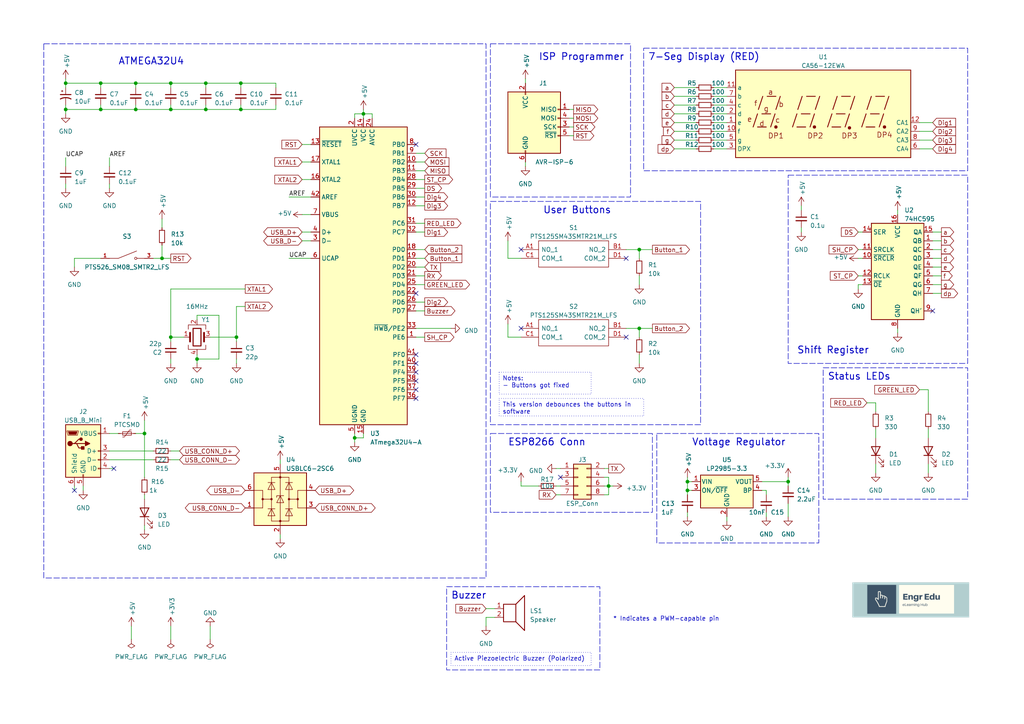
<source format=kicad_sch>
(kicad_sch (version 20230121) (generator eeschema)
  (paper "A4")
  (title_block (title "ATMEGA Kitchen Timer") (date "2023-04-15") (rev "3.0"))
  (junction (at 46.99 74.93))
  (junction (at 57.15 104.14))
  (junction (at 228.6 139.7))
  (junction (at 49.53 97.79))
  (junction (at 49.53 31.75))
  (junction (at 29.21 31.75))
  (junction (at 199.39 139.7))
  (junction (at 41.91 125.73))
  (junction (at 185.42 72.39))
  (junction (at 69.85 24.13))
  (junction (at 199.39 142.24))
  (junction (at 185.42 95.25))
  (junction (at 102.87 127))
  (junction (at 29.21 24.13))
  (junction (at 105.41 33.02))
  (junction (at 39.37 24.13))
  (junction (at 69.85 31.75))
  (junction (at 176.53 140.97))
  (junction (at 49.53 24.13))
  (junction (at 19.05 24.13))
  (junction (at 59.69 24.13))
  (junction (at 19.05 31.75))
  (junction (at 59.69 31.75))
  (junction (at 68.58 97.79))
  (junction (at 39.37 31.75))
  (no_connect (at 120.65 113.03))
  (no_connect (at 120.65 115.57))
  (no_connect (at 162.56 138.43))
  (no_connect (at 120.65 85.09))
  (no_connect (at 120.65 110.49))
  (no_connect (at 181.61 74.93))
  (no_connect (at 151.13 72.39))
  (no_connect (at 120.65 107.95))
  (no_connect (at 181.61 97.79))
  (no_connect (at 33.02 135.89))
  (no_connect (at 21.59 142.24))
  (no_connect (at 120.65 41.91))
  (no_connect (at 151.13 95.25))
  (no_connect (at 270.51 90.17))
  (no_connect (at 120.65 105.41))
  (no_connect (at 120.65 102.87))
  (wire (pts (xy 105.41 125.73) (xy 105.41 127)))
  (wire (pts (xy 228.6 138.43) (xy 228.6 139.7)))
  (wire (pts (xy 24.13 140.97) (xy 24.13 142.24)))
  (wire (pts (xy 19.05 24.13) (xy 19.05 25.4)))
  (wire (pts (xy 31.75 45.72) (xy 31.75 48.26)))
  (wire (pts (xy 260.35 95.25) (xy 260.35 96.52)))
  (wire (pts (xy 80.01 25.4) (xy 80.01 24.13)))
  (wire (pts (xy 185.42 95.25) (xy 185.42 97.79)))
  (wire (pts (xy 39.37 24.13) (xy 49.53 24.13)))
  (wire (pts (xy 59.69 30.48) (xy 59.69 31.75)))
  (wire (pts (xy 207.01 30.48) (xy 210.82 30.48)))
  (wire (pts (xy 19.05 31.75) (xy 19.05 33.02)))
  (wire (pts (xy 31.75 133.35) (xy 44.45 133.35)))
  (wire (pts (xy 49.53 99.06) (xy 49.53 97.79)))
  (wire (pts (xy 69.85 25.4) (xy 69.85 24.13)))
  (wire (pts (xy 57.15 104.14) (xy 57.15 105.41)))
  (wire (pts (xy 175.26 138.43) (xy 176.53 138.43)))
  (wire (pts (xy 69.85 24.13) (xy 80.01 24.13)))
  (wire (pts (xy 21.59 142.24) (xy 21.59 140.97)))
  (wire (pts (xy 49.53 24.13) (xy 59.69 24.13)))
  (wire (pts (xy 60.96 181.61) (xy 60.96 185.42)))
  (wire (pts (xy 120.65 74.93) (xy 123.19 74.93)))
  (wire (pts (xy 120.65 57.15) (xy 123.19 57.15)))
  (wire (pts (xy 140.97 179.07) (xy 140.97 181.61)))
  (wire (pts (xy 120.65 90.17) (xy 123.19 90.17)))
  (wire (pts (xy 57.15 91.44) (xy 63.5 91.44)))
  (wire (pts (xy 270.51 67.31) (xy 273.05 67.31)))
  (wire (pts (xy 49.53 83.82) (xy 49.53 97.79)))
  (wire (pts (xy 185.42 95.25) (xy 189.23 95.25)))
  (wire (pts (xy 185.42 72.39) (xy 185.42 74.93)))
  (wire (pts (xy 228.6 146.05) (xy 228.6 149.86)))
  (wire (pts (xy 105.41 33.02) (xy 105.41 34.29)))
  (wire (pts (xy 46.99 63.5) (xy 46.99 66.04)))
  (wire (pts (xy 21.59 74.93) (xy 29.21 74.93)))
  (wire (pts (xy 120.65 80.01) (xy 123.19 80.01)))
  (wire (pts (xy 254 124.46) (xy 254 127)))
  (wire (pts (xy 41.91 143.51) (xy 41.91 144.78)))
  (wire (pts (xy 105.41 31.75) (xy 105.41 33.02)))
  (wire (pts (xy 248.92 72.39) (xy 250.19 72.39)))
  (wire (pts (xy 87.63 62.23) (xy 90.17 62.23)))
  (wire (pts (xy 222.25 148.59) (xy 222.25 149.86)))
  (wire (pts (xy 38.1 181.61) (xy 38.1 185.42)))
  (wire (pts (xy 161.29 143.51) (xy 162.56 143.51)))
  (wire (pts (xy 176.53 138.43) (xy 176.53 140.97)))
  (wire (pts (xy 57.15 102.87) (xy 57.15 104.14)))
  (wire (pts (xy 199.39 139.7) (xy 199.39 142.24)))
  (wire (pts (xy 39.37 31.75) (xy 29.21 31.75)))
  (wire (pts (xy 87.63 67.31) (xy 90.17 67.31)))
  (wire (pts (xy 195.58 30.48) (xy 201.93 30.48)))
  (wire (pts (xy 140.97 176.53) (xy 143.51 176.53)))
  (wire (pts (xy 59.69 31.75) (xy 49.53 31.75)))
  (wire (pts (xy 266.7 38.1) (xy 270.51 38.1)))
  (wire (pts (xy 87.63 52.07) (xy 90.17 52.07)))
  (wire (pts (xy 19.05 53.34) (xy 19.05 54.61)))
  (wire (pts (xy 269.24 113.03) (xy 269.24 119.38)))
  (wire (pts (xy 49.53 181.61) (xy 49.53 185.42)))
  (wire (pts (xy 49.53 133.35) (xy 52.07 133.35)))
  (wire (pts (xy 199.39 138.43) (xy 199.39 139.7)))
  (wire (pts (xy 195.58 27.94) (xy 201.93 27.94)))
  (wire (pts (xy 19.05 31.75) (xy 29.21 31.75)))
  (wire (pts (xy 39.37 30.48) (xy 39.37 31.75)))
  (wire (pts (xy 250.19 82.55) (xy 248.92 82.55)))
  (wire (pts (xy 69.85 31.75) (xy 80.01 31.75)))
  (wire (pts (xy 83.82 74.93) (xy 90.17 74.93)))
  (wire (pts (xy 156.21 140.97) (xy 151.13 140.97)))
  (wire (pts (xy 81.28 133.35) (xy 81.28 134.62)))
  (wire (pts (xy 161.29 140.97) (xy 162.56 140.97)))
  (wire (pts (xy 29.21 30.48) (xy 29.21 31.75)))
  (wire (pts (xy 269.24 124.46) (xy 269.24 127)))
  (wire (pts (xy 175.26 143.51) (xy 176.53 143.51)))
  (wire (pts (xy 195.58 35.56) (xy 201.93 35.56)))
  (wire (pts (xy 260.35 60.96) (xy 260.35 62.23)))
  (wire (pts (xy 266.7 113.03) (xy 269.24 113.03)))
  (wire (pts (xy 176.53 140.97) (xy 176.53 143.51)))
  (wire (pts (xy 102.87 125.73) (xy 102.87 127)))
  (wire (pts (xy 199.39 148.59) (xy 199.39 149.86)))
  (wire (pts (xy 228.6 140.97) (xy 228.6 139.7)))
  (wire (pts (xy 105.41 127) (xy 102.87 127)))
  (wire (pts (xy 68.58 88.9) (xy 68.58 97.79)))
  (wire (pts (xy 102.87 127) (xy 102.87 128.27)))
  (wire (pts (xy 232.41 59.69) (xy 232.41 60.96)))
  (wire (pts (xy 29.21 24.13) (xy 39.37 24.13)))
  (wire (pts (xy 195.58 38.1) (xy 201.93 38.1)))
  (wire (pts (xy 31.75 125.73) (xy 34.29 125.73)))
  (wire (pts (xy 46.99 71.12) (xy 46.99 74.93)))
  (wire (pts (xy 248.92 67.31) (xy 250.19 67.31)))
  (wire (pts (xy 207.01 25.4) (xy 210.82 25.4)))
  (wire (pts (xy 165.1 36.83) (xy 166.37 36.83)))
  (wire (pts (xy 39.37 25.4) (xy 39.37 24.13)))
  (wire (pts (xy 185.42 72.39) (xy 189.23 72.39)))
  (wire (pts (xy 81.28 154.94) (xy 81.28 156.21)))
  (wire (pts (xy 31.75 53.34) (xy 31.75 54.61)))
  (wire (pts (xy 44.45 74.93) (xy 46.99 74.93)))
  (wire (pts (xy 220.98 142.24) (xy 222.25 142.24)))
  (wire (pts (xy 120.65 77.47) (xy 123.19 77.47)))
  (wire (pts (xy 31.75 130.81) (xy 44.45 130.81)))
  (wire (pts (xy 147.32 97.79) (xy 147.32 93.98)))
  (wire (pts (xy 49.53 25.4) (xy 49.53 24.13)))
  (wire (pts (xy 152.4 46.99) (xy 152.4 48.26)))
  (wire (pts (xy 175.26 140.97) (xy 176.53 140.97)))
  (wire (pts (xy 49.53 97.79) (xy 53.34 97.79)))
  (wire (pts (xy 176.53 140.97) (xy 177.8 140.97)))
  (wire (pts (xy 269.24 134.62) (xy 269.24 137.16)))
  (wire (pts (xy 270.51 80.01) (xy 273.05 80.01)))
  (wire (pts (xy 266.7 40.64) (xy 270.51 40.64)))
  (wire (pts (xy 120.65 64.77) (xy 123.19 64.77)))
  (wire (pts (xy 151.13 140.97) (xy 151.13 139.7)))
  (wire (pts (xy 175.26 135.89) (xy 176.53 135.89)))
  (wire (pts (xy 248.92 74.93) (xy 250.19 74.93)))
  (wire (pts (xy 207.01 33.02) (xy 210.82 33.02)))
  (wire (pts (xy 102.87 33.02) (xy 105.41 33.02)))
  (wire (pts (xy 165.1 34.29) (xy 166.37 34.29)))
  (wire (pts (xy 49.53 130.81) (xy 52.07 130.81)))
  (wire (pts (xy 195.58 43.18) (xy 201.93 43.18)))
  (wire (pts (xy 143.51 179.07) (xy 140.97 179.07)))
  (wire (pts (xy 228.6 139.7) (xy 220.98 139.7)))
  (wire (pts (xy 181.61 95.25) (xy 185.42 95.25)))
  (wire (pts (xy 181.61 72.39) (xy 185.42 72.39)))
  (wire (pts (xy 120.65 44.45) (xy 123.19 44.45)))
  (wire (pts (xy 46.99 74.93) (xy 49.53 74.93)))
  (wire (pts (xy 41.91 152.4) (xy 41.91 153.67)))
  (wire (pts (xy 49.53 31.75) (xy 39.37 31.75)))
  (wire (pts (xy 39.37 125.73) (xy 41.91 125.73)))
  (wire (pts (xy 63.5 91.44) (xy 63.5 104.14)))
  (wire (pts (xy 80.01 30.48) (xy 80.01 31.75)))
  (wire (pts (xy 120.65 97.79) (xy 123.19 97.79)))
  (wire (pts (xy 107.95 33.02) (xy 105.41 33.02)))
  (wire (pts (xy 49.53 104.14) (xy 49.53 105.41)))
  (wire (pts (xy 248.92 82.55) (xy 248.92 83.82)))
  (wire (pts (xy 207.01 40.64) (xy 210.82 40.64)))
  (wire (pts (xy 41.91 121.92) (xy 41.91 125.73)))
  (wire (pts (xy 270.51 72.39) (xy 273.05 72.39)))
  (wire (pts (xy 207.01 27.94) (xy 210.82 27.94)))
  (wire (pts (xy 195.58 33.02) (xy 201.93 33.02)))
  (wire (pts (xy 49.53 30.48) (xy 49.53 31.75)))
  (wire (pts (xy 120.65 87.63) (xy 123.19 87.63)))
  (wire (pts (xy 199.39 142.24) (xy 200.66 142.24)))
  (wire (pts (xy 207.01 38.1) (xy 210.82 38.1)))
  (wire (pts (xy 151.13 74.93) (xy 147.32 74.93)))
  (wire (pts (xy 232.41 66.04) (xy 232.41 67.31)))
  (wire (pts (xy 120.65 49.53) (xy 123.19 49.53)))
  (wire (pts (xy 83.82 57.15) (xy 90.17 57.15)))
  (wire (pts (xy 199.39 142.24) (xy 199.39 143.51)))
  (wire (pts (xy 185.42 80.01) (xy 185.42 82.55)))
  (wire (pts (xy 59.69 25.4) (xy 59.69 24.13)))
  (wire (pts (xy 41.91 125.73) (xy 41.91 138.43)))
  (wire (pts (xy 270.51 74.93) (xy 273.05 74.93)))
  (wire (pts (xy 266.7 43.18) (xy 270.51 43.18)))
  (wire (pts (xy 165.1 31.75) (xy 166.37 31.75)))
  (wire (pts (xy 151.13 97.79) (xy 147.32 97.79)))
  (wire (pts (xy 270.51 77.47) (xy 273.05 77.47)))
  (wire (pts (xy 59.69 31.75) (xy 69.85 31.75)))
  (wire (pts (xy 270.51 69.85) (xy 273.05 69.85)))
  (wire (pts (xy 120.65 46.99) (xy 123.19 46.99)))
  (wire (pts (xy 107.95 34.29) (xy 107.95 33.02)))
  (wire (pts (xy 165.1 39.37) (xy 166.37 39.37)))
  (wire (pts (xy 161.29 135.89) (xy 162.56 135.89)))
  (wire (pts (xy 87.63 46.99) (xy 90.17 46.99)))
  (wire (pts (xy 210.82 149.86) (xy 210.82 151.13)))
  (wire (pts (xy 185.42 102.87) (xy 185.42 105.41)))
  (wire (pts (xy 195.58 25.4) (xy 201.93 25.4)))
  (wire (pts (xy 195.58 40.64) (xy 201.93 40.64)))
  (wire (pts (xy 19.05 24.13) (xy 29.21 24.13)))
  (wire (pts (xy 60.96 97.79) (xy 68.58 97.79)))
  (wire (pts (xy 68.58 104.14) (xy 68.58 105.41)))
  (wire (pts (xy 71.12 88.9) (xy 68.58 88.9)))
  (wire (pts (xy 120.65 67.31) (xy 123.19 67.31)))
  (wire (pts (xy 254 116.84) (xy 254 119.38)))
  (wire (pts (xy 69.85 30.48) (xy 69.85 31.75)))
  (wire (pts (xy 254 134.62) (xy 254 137.16)))
  (wire (pts (xy 120.65 82.55) (xy 123.19 82.55)))
  (wire (pts (xy 71.12 83.82) (xy 49.53 83.82)))
  (wire (pts (xy 87.63 41.91) (xy 90.17 41.91)))
  (wire (pts (xy 222.25 142.24) (xy 222.25 143.51)))
  (wire (pts (xy 69.85 24.13) (xy 59.69 24.13)))
  (wire (pts (xy 120.65 52.07) (xy 123.19 52.07)))
  (wire (pts (xy 63.5 104.14) (xy 57.15 104.14)))
  (wire (pts (xy 120.65 72.39) (xy 123.19 72.39)))
  (wire (pts (xy 19.05 45.72) (xy 19.05 48.26)))
  (wire (pts (xy 57.15 92.71) (xy 57.15 91.44)))
  (wire (pts (xy 19.05 30.48) (xy 19.05 31.75)))
  (wire (pts (xy 68.58 97.79) (xy 68.58 99.06)))
  (wire (pts (xy 29.21 25.4) (xy 29.21 24.13)))
  (wire (pts (xy 207.01 35.56) (xy 210.82 35.56)))
  (wire (pts (xy 270.51 85.09) (xy 273.05 85.09)))
  (wire (pts (xy 147.32 74.93) (xy 147.32 69.85)))
  (wire (pts (xy 200.66 139.7) (xy 199.39 139.7)))
  (wire (pts (xy 87.63 69.85) (xy 90.17 69.85)))
  (wire (pts (xy 19.05 22.86) (xy 19.05 24.13)))
  (wire (pts (xy 120.65 54.61) (xy 123.19 54.61)))
  (wire (pts (xy 102.87 34.29) (xy 102.87 33.02)))
  (wire (pts (xy 21.59 77.47) (xy 21.59 74.93)))
  (wire (pts (xy 266.7 35.56) (xy 270.51 35.56)))
  (wire (pts (xy 120.65 59.69) (xy 123.19 59.69)))
  (wire (pts (xy 248.92 80.01) (xy 250.19 80.01)))
  (wire (pts (xy 120.65 95.25) (xy 130.81 95.25)))
  (wire (pts (xy 251.46 116.84) (xy 254 116.84)))
  (wire (pts (xy 270.51 82.55) (xy 273.05 82.55)))
  (wire (pts (xy 33.02 135.89) (xy 31.75 135.89)))
  (wire (pts (xy 152.4 22.86) (xy 152.4 24.13)))
  (wire (pts (xy 207.01 43.18) (xy 210.82 43.18)))
  (rectangle (start 142.24 12.7) (end 182.88 57.15) (stroke (width 0) (type dash)))
  (rectangle (start 190.5 125.73) (end 237.49 157.48) (stroke (width 0) (type dash)))
  (rectangle (start 238.76 106.68) (end 280.67 144.78) (stroke (width 0) (type dash)))
  (rectangle (start 12.7 12.7) (end 140.97 167.64) (stroke (width 0) (type dash)))
  (rectangle (start 129.54 170.18) (end 173.99 194.31) (stroke (width 0) (type dash)))
  (rectangle (start 142.24 58.42) (end 203.2 123.19) (stroke (width 0) (type dash)))
  (rectangle (start 228.6 50.8) (end 280.67 105.41) (stroke (width 0) (type dash)))
  (rectangle (start 186.69 13.97) (end 280.67 49.53) (stroke (width 0) (type dash)))
  (rectangle (start 142.24 125.73) (end 189.23 148.59) (stroke (width 0) (type dash)))
  (image (at 264.16 173.99) (scale 0.800628))
  (text_box "Notes:\n- Buttons got fixed" (at 144.78 107.95 0) (size 26.67 6.35) (stroke (width 0) (type dot)) (effects (font (size 1.27 1.27)) (justify left top)))
  (text_box "Active Piezoelectric Buzzer (Polarized)" (at 130.81 189.23 0) (size 40.64 3.81) (stroke (width 0) (type dot)) (effects (font (size 1.27 1.27)) (justify left top)))
  (text_box "This version debounces the buttons in software" (at 144.78 115.57 0) (size 41.91 5.08) (stroke (width 0) (type dot)) (effects (font (size 1.27 1.27)) (justify left top)))
  (text "Shift Register" (at 231.14 102.87 0) (effects (font (size 2 2) (thickness 0.254) bold) (justify left bottom)))
  (text "Voltage Regulator" (at 200.66 129.54 0) (effects (font (size 2 2) (thickness 0.254) bold) (justify left bottom)))
  (text "Status LEDs" (at 240.03 110.49 0) (effects (font (size 2 2) (thickness 0.254) bold) (justify left bottom)))
  (text "ATMEGA32U4" (at 34.29 19.05 0) (effects (font (size 2 2) (thickness 0.254) bold) (justify left bottom)))
  (text "User Buttons" (at 157.48 62.23 0) (effects (font (size 2 2) (thickness 0.254) bold) (justify left bottom)))
  (text "Buzzer" (at 130.81 173.99 0) (effects (font (size 2 2) (thickness 0.254) bold) (justify left bottom)))
  (text "* Indicates a PWM-capable pin" (at 177.8 180.34 0) (effects (font (size 1.27 1.27)) (justify left bottom)))
  (text "7-Seg Display (RED)" (at 187.96 17.78 0) (effects (font (size 2 2) (thickness 0.254) bold) (justify left bottom)))
  (text "ISP Programmer" (at 156.21 17.78 0) (effects (font (size 2 2) (thickness 0.254) bold) (justify left bottom)))
  (text "ESP8266 Conn\n" (at 147.32 129.54 0) (effects (font (size 2 2) (thickness 0.254) bold) (justify left bottom)))
  (label "UCAP" (at 19.05 45.72 0))
  (label "UCAP" (at 83.82 74.93 0))
  (label "AREF" (at 31.75 45.72 0))
  (label "AREF" (at 83.82 57.15 0))
  (global_label "XTAL1" (shape input) (at 87.63 46.99 180) (property "Intersheetrefs" "${INTERSHEET_REFS}" (effects hide)))
  (global_label "SCK" (shape input) (at 123.19 44.45 0) (property "Intersheetrefs" "${INTERSHEET_REFS}" (effects hide)))
  (global_label "RST" (shape output) (at 49.53 74.93 0) (property "Intersheetrefs" "${INTERSHEET_REFS}" (effects hide)))
  (global_label "GREEN_LED" (shape output) (at 123.19 82.55 0) (property "Intersheetrefs" "${INTERSHEET_REFS}" (effects hide)))
  (global_label "e" (shape output) (at 273.05 77.47 0) (property "Intersheetrefs" "${INTERSHEET_REFS}" (effects hide)))
  (global_label "Button_1" (shape output) (at 189.23 72.39 0) (property "Intersheetrefs" "${INTERSHEET_REFS}" (effects hide)))
  (global_label "DS" (shape output) (at 123.19 54.61 0) (property "Intersheetrefs" "${INTERSHEET_REFS}" (effects hide)))
  (global_label "XTAL2" (shape output) (at 71.12 88.9 0) (property "Intersheetrefs" "${INTERSHEET_REFS}" (effects hide)))
  (global_label "g" (shape output) (at 273.05 82.55 0) (property "Intersheetrefs" "${INTERSHEET_REFS}" (effects hide)))
  (global_label "dp" (shape output) (at 273.05 85.09 0) (property "Intersheetrefs" "${INTERSHEET_REFS}" (effects hide)))
  (global_label "Button_1" (shape input) (at 123.19 74.93 0) (property "Intersheetrefs" "${INTERSHEET_REFS}" (effects hide)))
  (global_label "TX" (shape input) (at 123.19 77.47 0) (property "Intersheetrefs" "${INTERSHEET_REFS}" (effects hide)))
  (global_label "b" (shape input) (at 195.58 27.94 180) (property "Intersheetrefs" "${INTERSHEET_REFS}" (effects hide)))
  (global_label "SH_CP" (shape output) (at 123.19 97.79 0) (property "Intersheetrefs" "${INTERSHEET_REFS}" (effects hide)))
  (global_label "f" (shape output) (at 273.05 80.01 0) (property "Intersheetrefs" "${INTERSHEET_REFS}" (effects hide)))
  (global_label "ST_CP" (shape input) (at 248.92 80.01 180) (property "Intersheetrefs" "${INTERSHEET_REFS}" (effects hide)))
  (global_label "RST" (shape output) (at 166.37 39.37 0) (property "Intersheetrefs" "${INTERSHEET_REFS}" (effects hide)))
  (global_label "ST_CP" (shape output) (at 123.19 52.07 0) (property "Intersheetrefs" "${INTERSHEET_REFS}" (effects hide)))
  (global_label "USB_CONN_D-" (shape bidirectional) (at 71.12 147.32 180) (property "Intersheetrefs" "${INTERSHEET_REFS}" (effects hide)))
  (global_label "d" (shape input) (at 195.58 33.02 180) (property "Intersheetrefs" "${INTERSHEET_REFS}" (effects hide)))
  (global_label "USB_D+" (shape bidirectional) (at 87.63 67.31 180) (property "Intersheetrefs" "${INTERSHEET_REFS}" (effects hide)))
  (global_label "a" (shape input) (at 195.58 25.4 180) (property "Intersheetrefs" "${INTERSHEET_REFS}" (effects hide)))
  (global_label "Dig1" (shape output) (at 123.19 67.31 0) (property "Intersheetrefs" "${INTERSHEET_REFS}" (effects hide)))
  (global_label "USB_D-" (shape bidirectional) (at 87.63 69.85 180) (property "Intersheetrefs" "${INTERSHEET_REFS}" (effects hide)))
  (global_label "MISO" (shape input) (at 123.19 49.53 0) (property "Intersheetrefs" "${INTERSHEET_REFS}" (effects hide)))
  (global_label "USB_CONN_D+" (shape bidirectional) (at 52.07 130.81 0) (property "Intersheetrefs" "${INTERSHEET_REFS}" (effects hide)))
  (global_label "SCK" (shape output) (at 166.37 36.83 0) (property "Intersheetrefs" "${INTERSHEET_REFS}" (effects hide)))
  (global_label "c" (shape output) (at 273.05 72.39 0) (property "Intersheetrefs" "${INTERSHEET_REFS}" (effects hide)))
  (global_label "USB_CONN_D+" (shape bidirectional) (at 91.44 147.32 0) (property "Intersheetrefs" "${INTERSHEET_REFS}" (effects hide)))
  (global_label "RX" (shape input) (at 161.29 143.51 180) (property "Intersheetrefs" "${INTERSHEET_REFS}" (effects hide)))
  (global_label "g" (shape input) (at 195.58 40.64 180) (property "Intersheetrefs" "${INTERSHEET_REFS}" (effects hide)))
  (global_label "Dig1" (shape input) (at 270.51 35.56 0) (property "Intersheetrefs" "${INTERSHEET_REFS}" (effects hide)))
  (global_label "USB_D+" (shape bidirectional) (at 91.44 142.24 0) (property "Intersheetrefs" "${INTERSHEET_REFS}" (effects hide)))
  (global_label "GREEN_LED" (shape input) (at 266.7 113.03 180) (property "Intersheetrefs" "${INTERSHEET_REFS}" (effects hide)))
  (global_label "a" (shape output) (at 273.05 67.31 0) (property "Intersheetrefs" "${INTERSHEET_REFS}" (effects hide)))
  (global_label "Dig2" (shape input) (at 270.51 38.1 0) (property "Intersheetrefs" "${INTERSHEET_REFS}" (effects hide)))
  (global_label "XTAL1" (shape output) (at 71.12 83.82 0) (property "Intersheetrefs" "${INTERSHEET_REFS}" (effects hide)))
  (global_label "Dig3" (shape output) (at 123.19 59.69 0) (property "Intersheetrefs" "${INTERSHEET_REFS}" (effects hide)))
  (global_label "DS" (shape input) (at 248.92 67.31 180) (property "Intersheetrefs" "${INTERSHEET_REFS}" (effects hide)))
  (global_label "RX" (shape output) (at 123.19 80.01 0) (property "Intersheetrefs" "${INTERSHEET_REFS}" (effects hide)))
  (global_label "SH_CP" (shape input) (at 248.92 72.39 180) (property "Intersheetrefs" "${INTERSHEET_REFS}" (effects hide)))
  (global_label "Button_2" (shape output) (at 189.23 95.25 0) (property "Intersheetrefs" "${INTERSHEET_REFS}" (effects hide)))
  (global_label "Dig4" (shape input) (at 270.51 43.18 0) (property "Intersheetrefs" "${INTERSHEET_REFS}" (effects hide)))
  (global_label "MOSI" (shape input) (at 123.19 46.99 0) (property "Intersheetrefs" "${INTERSHEET_REFS}" (effects hide)))
  (global_label "XTAL2" (shape input) (at 87.63 52.07 180) (property "Intersheetrefs" "${INTERSHEET_REFS}" (effects hide)))
  (global_label "c" (shape input) (at 195.58 30.48 180) (property "Intersheetrefs" "${INTERSHEET_REFS}" (effects hide)))
  (global_label "Button_2" (shape input) (at 123.19 72.39 0) (property "Intersheetrefs" "${INTERSHEET_REFS}" (effects hide)))
  (global_label "USB_D-" (shape bidirectional) (at 71.12 142.24 180) (property "Intersheetrefs" "${INTERSHEET_REFS}" (effects hide)))
  (global_label "dp" (shape input) (at 195.58 43.18 180) (property "Intersheetrefs" "${INTERSHEET_REFS}" (effects hide)))
  (global_label "RST" (shape input) (at 87.63 41.91 180) (property "Intersheetrefs" "${INTERSHEET_REFS}" (effects hide)))
  (global_label "RED_LED" (shape output) (at 123.19 64.77 0) (property "Intersheetrefs" "${INTERSHEET_REFS}" (effects hide)))
  (global_label "Buzzer" (shape output) (at 123.19 90.17 0) (property "Intersheetrefs" "${INTERSHEET_REFS}" (effects hide)))
  (global_label "Dig3" (shape input) (at 270.51 40.64 0) (property "Intersheetrefs" "${INTERSHEET_REFS}" (effects hide)))
  (global_label "Buzzer" (shape input) (at 140.97 176.53 180) (property "Intersheetrefs" "${INTERSHEET_REFS}" (effects hide)))
  (global_label "TX" (shape output) (at 176.53 135.89 0) (property "Intersheetrefs" "${INTERSHEET_REFS}" (effects hide)))
  (global_label "Dig2" (shape output) (at 123.19 87.63 0) (property "Intersheetrefs" "${INTERSHEET_REFS}" (effects hide)))
  (global_label "d" (shape output) (at 273.05 74.93 0) (property "Intersheetrefs" "${INTERSHEET_REFS}" (effects hide)))
  (global_label "USB_CONN_D-" (shape bidirectional) (at 52.07 133.35 0) (property "Intersheetrefs" "${INTERSHEET_REFS}" (effects hide)))
  (global_label "MISO" (shape output) (at 166.37 31.75 0) (property "Intersheetrefs" "${INTERSHEET_REFS}" (effects hide)))
  (global_label "e" (shape input) (at 195.58 35.56 180) (property "Intersheetrefs" "${INTERSHEET_REFS}" (effects hide)))
  (global_label "f" (shape input) (at 195.58 38.1 180) (property "Intersheetrefs" "${INTERSHEET_REFS}" (effects hide)))
  (global_label "b" (shape output) (at 273.05 69.85 0) (property "Intersheetrefs" "${INTERSHEET_REFS}" (effects hide)))
  (global_label "Dig4" (shape output) (at 123.19 57.15 0) (property "Intersheetrefs" "${INTERSHEET_REFS}" (effects hide)))
  (global_label "MOSI" (shape output) (at 166.37 34.29 0) (property "Intersheetrefs" "${INTERSHEET_REFS}" (effects hide)))
  (global_label "RED_LED" (shape input) (at 251.46 116.84 180) (property "Intersheetrefs" "${INTERSHEET_REFS}" (effects hide)))
  (symbol (lib_id "power:+5V") (at 147.32 93.98 0) (unit 1)
    (property "Reference" "#PWR014" (effects hide))
    (property "Value" "+5V" (at 147.6756 90.932 90) (effects (justify left)))
  )
  (symbol (lib_id "74xx:74HC595") (at 260.35 77.47 0) (unit 1)
    (property "Reference" "U2" (at 262.3059 60.96 0) (effects (justify left)))
    (property "Value" "74HC595" (at 262.3059 63.5 0) (effects (justify left)))
    (property "Footprint" "Package_SO:TSSOP-16_4.4x5mm_P0.65mm" (effects hide))
    (property "Datasheet" "http://www.ti.com/lit/ds/symlink/sn74hc595.pdf" (effects hide))
  )
  (symbol (lib_id "Device:C_Small") (at 49.53 27.94 0) (unit 1)
    (property "Reference" "C5" (at 52.07 27.3113 0) (effects (justify left)))
    (property "Value" "0.1uF" (at 52.07 29.8513 0) (effects (justify left)))
    (property "Footprint" "Capacitor_SMD:C_0603_1608Metric" (effects hide))
  )
  (symbol (lib_id "power:+5V") (at 19.05 22.86 0) (unit 1)
    (property "Reference" "#PWR023" (effects hide))
    (property "Value" "+5V" (at 19.4056 19.812 90) (effects (justify left)))
  )
  (symbol (lib_id "Device:R_Small") (at 46.99 130.81 90) (unit 1)
    (property "Reference" "R14" (at 46.99 128.27 90))
    (property "Value" "22" (at 46.99 130.81 90))
    (property "Footprint" "Resistor_SMD:R_0603_1608Metric" (effects hide))
  )
  (symbol (lib_id "Device:LED") (at 254 130.81 90) (unit 1)
    (property "Reference" "D1" (at 257.81 131.7625 90) (effects (justify right)))
    (property "Value" "LED" (at 257.81 134.3025 90) (effects (justify right)))
    (property "Footprint" "LED_SMD:LED_0805_2012Metric" (effects hide))
  )
  (symbol (lib_id "power:GND") (at 102.87 128.27 0) (unit 1)
    (property "Reference" "#PWR03" (effects hide))
    (property "Value" "GND" (at 102.87 133.35 0))
  )
  (symbol (lib_id "power:+5V") (at 87.63 62.23 90) (unit 1)
    (property "Reference" "#PWR05" (effects hide))
    (property "Value" "+5V" (at 84.582 61.8744 90) (effects (justify left)))
  )
  (symbol (lib_id "Device:C_Small") (at 232.41 63.5 0) (unit 1)
    (property "Reference" "C1" (at 234.95 62.8713 0) (effects (justify left)))
    (property "Value" "0.1u" (at 234.95 65.4113 0) (effects (justify left)))
    (property "Footprint" "Capacitor_SMD:C_0603_1608Metric" (effects hide))
  )
  (symbol (lib_id "power:GND") (at 31.75 54.61 0) (unit 1)
    (property "Reference" "#PWR025" (effects hide))
    (property "Value" "GND" (at 31.75 59.69 0))
  )
  (symbol (lib_id "power:GND") (at 228.6 149.86 0) (unit 1)
    (property "Reference" "#PWR044" (effects hide))
    (property "Value" "GND" (at 228.6 154.94 0))
  )
  (symbol (lib_id "Device:C_Small") (at 39.37 27.94 0) (unit 1)
    (property "Reference" "C4" (at 41.91 27.3113 0) (effects (justify left)))
    (property "Value" "0.1uF" (at 41.91 29.8513 0) (effects (justify left)))
    (property "Footprint" "Capacitor_SMD:C_0603_1608Metric" (effects hide))
  )
  (symbol (lib_id "power:+5V") (at 199.39 138.43 0) (unit 1)
    (property "Reference" "#PWR039" (effects hide))
    (property "Value" "+5V" (at 199.7456 135.382 90) (effects (justify left)))
  )
  (symbol (lib_id "Device:Crystal_GND24") (at 57.15 97.79 0) (unit 1)
    (property "Reference" "Y1" (at 59.69 92.71 0))
    (property "Value" "16MHz" (at 57.15 88.9 0))
    (property "Footprint" "Crystal:Crystal_SMD_Abracon_ABM8G-4Pin_3.2x2.5mm" (effects hide))
  )
  (symbol (lib_id "Device:R_Small") (at 41.91 140.97 0) (unit 1)
    (property "Reference" "R16" (at 45.72 139.7 0))
    (property "Value" "1k" (at 44.45 142.24 0))
    (property "Footprint" "Resistor_SMD:R_0603_1608Metric" (effects hide))
  )
  (symbol (lib_id "Device:C_Small") (at 19.05 50.8 0) (unit 1)
    (property "Reference" "C9" (at 21.59 50.1713 0) (effects (justify left)))
    (property "Value" "1uF" (at 21.59 52.7113 0) (effects (justify left)))
    (property "Footprint" "Capacitor_SMD:C_0603_1608Metric" (effects hide))
  )
  (symbol (lib_id "PTS526_SMD_Button:PTS526_SM08_SMTR2_LFS") (at 36.83 74.93 0) (unit 1)
    (property "Reference" "S3" (at 36.83 68.58 0))
    (property "Value" "PTS526_SM08_SMTR2_LFS" (at 36.83 77.47 0))
    (property "Footprint" "PTS526_SMD_Button:PTS526_SMD_Button" (effects hide))
    (property "STANDARD" "Manufacturer Recommendations" (effects hide))
    (property "MANUFACTURER" "C&K" (effects hide))
    (property "PARTREV" "20 mar 19" (effects hide))
    (property "MAXIMUM_PACKAGE_HEIGHT" "0.95mm" (effects hide))
  )
  (symbol (lib_id "PTS125_SMD_Button:PTS125SM43SMTR21M_LFS") (at 151.13 95.25 0) (unit 1)
    (property "Reference" "S2" (at 166.37 88.9 0))
    (property "Value" "PTS125SM43SMTR21M_LFS" (at 166.37 91.44 0))
    (property "Footprint" "PTS125_SMD_Button:PTS125_SMD_Button" (effects hide))
    (property "Datasheet" "https://www.ckswitches.com/media/1462/pts125.pdf" (effects hide))
    (property "Description" "Tactile Switches SWITCH TACTILE 50mA @ 12VDC, SPST-NO, Surface Mount, Top Actuated, Gull Wing, 180gf" (effects hide))
    (property "Height" "4.3" (effects hide))
    (property "Manufacturer_Name" "C & K COMPONENTS" (effects hide))
    (property "Manufacturer_Part_Number" "PTS125SM43SMTR21M LFS" (effects hide))
    (property "Mouser Part Number" "611-PTS125S43SMTRLFS" (effects hide))
    (property "Mouser Price/Stock" "https://www.mouser.co.uk/ProductDetail/CK/PTS125SM43SMTR21M-LFS?qs=t7xnP681wgUNXpRGJY2Vkw%3D%3D" (effects hide))
  )
  (symbol (lib_id "Device:R_Small") (at 46.99 133.35 90) (unit 1)
    (property "Reference" "R15" (at 46.99 135.89 90))
    (property "Value" "22" (at 46.99 133.35 90))
    (property "Footprint" "Resistor_SMD:R_0603_1608Metric" (effects hide))
  )
  (symbol (lib_id "Device:C_Small") (at 69.85 27.94 0) (unit 1)
    (property "Reference" "C10" (at 72.39 27.3113 0) (effects (justify left)))
    (property "Value" "0.1uF" (at 72.39 29.8513 0) (effects (justify left)))
    (property "Footprint" "Capacitor_SMD:C_0603_1608Metric" (effects hide))
  )
  (symbol (lib_id "power:GND") (at 222.25 149.86 0) (unit 1)
    (property "Reference" "#PWR043" (effects hide))
    (property "Value" "GND" (at 222.25 154.94 0))
  )
  (symbol (lib_id "power:GND") (at 49.53 105.41 0) (unit 1)
    (property "Reference" "#PWR026" (effects hide))
    (property "Value" "GND" (at 49.53 110.49 0))
  )
  (symbol (lib_name "GND_3") (lib_id "power:GND") (at 232.41 67.31 0) (unit 1)
    (property "Reference" "#PWR01" (effects hide))
    (property "Value" "GND" (at 232.41 72.39 0))
  )
  (symbol (lib_id "power:PWR_FLAG") (at 38.1 185.42 180) (unit 1)
    (property "Reference" "#FLG02" (effects hide))
    (property "Value" "PWR_FLAG" (at 38.1 190.5 0))
  )
  (symbol (lib_id "Device:C_Small") (at 29.21 27.94 0) (unit 1)
    (property "Reference" "C7" (at 31.75 27.3113 0) (effects (justify left)))
    (property "Value" "0.1uF" (at 31.75 29.8513 0) (effects (justify left)))
    (property "Footprint" "Capacitor_SMD:C_0603_1608Metric" (effects hide))
  )
  (symbol (lib_id "power:+5V") (at 232.41 59.69 0) (unit 1)
    (property "Reference" "#PWR02" (effects hide))
    (property "Value" "+5V" (at 232.7656 56.642 90) (effects (justify left)))
  )
  (symbol (lib_id "power:GND") (at 130.81 95.25 90) (unit 1)
    (property "Reference" "#PWR021" (effects hide))
    (property "Value" "GND" (at 134.62 95.885 90) (effects (justify right)))
  )
  (symbol (lib_id "Device:R_Small") (at 204.47 33.02 90) (unit 1)
    (property "Reference" "R8" (at 200.66 31.75 90))
    (property "Value" "100" (at 208.28 31.75 90))
    (property "Footprint" "Resistor_SMD:R_0805_2012Metric" (effects hide))
  )
  (symbol (lib_id "power:+5V") (at 260.35 60.96 0) (unit 1)
    (property "Reference" "#PWR07" (effects hide))
    (property "Value" "+5V" (at 260.7056 57.912 90) (effects (justify left)))
  )
  (symbol (lib_id "Device:Polyfuse_Small") (at 36.83 125.73 90) (unit 1)
    (property "Reference" "F1" (at 36.83 120.65 90))
    (property "Value" "PTCSMD" (at 36.83 123.19 90))
    (property "Footprint" "Fuse:Fuse_1812_4532Metric" (effects hide))
  )
  (symbol (lib_id "Connector:USB_B_Mini") (at 24.13 130.81 0) (unit 1)
    (property "Reference" "J2" (at 24.13 119.38 0))
    (property "Value" "USB_B_Mini" (at 24.13 121.92 0))
    (property "Footprint" "Connector_USB:USB_Mini-B_Lumberg_2486_01_Horizontal" (effects hide))
  )
  (symbol (lib_id "Device:R_Small") (at 185.42 77.47 0) (unit 1)
    (property "Reference" "R1" (at 187.96 76.835 0) (effects (justify left)))
    (property "Value" "10k" (at 187.96 79.375 0) (effects (justify left)))
    (property "Footprint" "Resistor_SMD:R_0805_2012Metric" (effects hide))
  )
  (symbol (lib_id "Device:R_Small") (at 185.42 100.33 0) (unit 1)
    (property "Reference" "R2" (at 187.96 99.695 0) (effects (justify left)))
    (property "Value" "10k" (at 187.96 102.235 0) (effects (justify left)))
    (property "Footprint" "Resistor_SMD:R_0805_2012Metric" (effects hide))
  )
  (symbol (lib_id "power:+5V") (at 38.1 181.61 0) (unit 1)
    (property "Reference" "#PWR018" (effects hide))
    (property "Value" "+5V" (at 38.4556 178.562 90) (effects (justify left)))
  )
  (symbol (lib_id "Device:R_Small") (at 204.47 30.48 90) (unit 1)
    (property "Reference" "R7" (at 200.66 29.21 90))
    (property "Value" "100" (at 208.28 29.21 90))
    (property "Footprint" "Resistor_SMD:R_0805_2012Metric" (effects hide))
  )
  (symbol (lib_id "power:GND") (at 41.91 153.67 0) (unit 1)
    (property "Reference" "#PWR030" (effects hide))
    (property "Value" "GND" (at 41.91 158.75 0))
  )
  (symbol (lib_id "Device:LED") (at 269.24 130.81 90) (unit 1)
    (property "Reference" "D2" (at 273.05 131.7625 90) (effects (justify right)))
    (property "Value" "LED" (at 273.05 134.3025 90) (effects (justify right)))
    (property "Footprint" "LED_SMD:LED_0805_2012Metric" (effects hide))
  )
  (symbol (lib_id "power:+5V") (at 152.4 22.86 0) (unit 1)
    (property "Reference" "#PWR034" (effects hide))
    (property "Value" "+5V" (at 152.7556 19.812 90) (effects (justify left)))
  )
  (symbol (lib_id "power:PWR_FLAG") (at 49.53 185.42 180) (unit 1)
    (property "Reference" "#FLG03" (effects hide))
    (property "Value" "PWR_FLAG" (at 49.53 190.5 0))
  )
  (symbol (lib_id "Device:R_Small") (at 204.47 38.1 90) (unit 1)
    (property "Reference" "R10" (at 200.66 36.83 90))
    (property "Value" "100" (at 208.28 36.83 90))
    (property "Footprint" "Resistor_SMD:R_0805_2012Metric" (effects hide))
  )
  (symbol (lib_id "Device:C_Small") (at 68.58 101.6 0) (unit 1)
    (property "Reference" "C3" (at 71.12 100.9713 0) (effects (justify left)))
    (property "Value" "22p" (at 71.12 103.5113 0) (effects (justify left)))
    (property "Footprint" "Capacitor_SMD:C_0603_1608Metric" (effects hide))
  )
  (symbol (lib_id "Regulator_Linear:LP2985-3.3") (at 210.82 142.24 0) (unit 1)
    (property "Reference" "U5" (at 210.82 133.35 0))
    (property "Value" "LP2985-3.3" (at 210.82 135.89 0))
    (property "Footprint" "Package_TO_SOT_SMD:SOT-23-5" (effects hide))
    (property "Datasheet" "http://www.ti.com/lit/ds/symlink/lp2985.pdf" (effects hide))
  )
  (symbol (lib_id "Device:C_Small") (at 222.25 146.05 0) (unit 1)
    (property "Reference" "C15" (at 223.52 148.59 0) (effects (justify left)))
    (property "Value" "10nF" (at 217.17 148.59 0) (effects (justify left)))
    (property "Footprint" "Capacitor_SMD:C_0603_1608Metric" (effects hide))
  )
  (symbol (lib_id "power:GND") (at 199.39 149.86 0) (unit 1)
    (property "Reference" "#PWR042" (effects hide))
    (property "Value" "GND" (at 199.39 154.94 0))
  )
  (symbol (lib_id "power:+5V") (at 81.28 133.35 0) (unit 1)
    (property "Reference" "#PWR033" (effects hide))
    (property "Value" "+5V" (at 81.6356 130.302 90) (effects (justify left)))
  )
  (symbol (lib_id "power:PWR_FLAG") (at 60.96 185.42 180) (unit 1)
    (property "Reference" "#FLG04" (effects hide))
    (property "Value" "PWR_FLAG" (at 60.96 190.5 0))
  )
  (symbol (lib_id "Device:R_Small") (at 254 121.92 0) (unit 1)
    (property "Reference" "R3" (at 256.54 121.285 0) (effects (justify left)))
    (property "Value" "330" (at 256.54 123.825 0) (effects (justify left)))
    (property "Footprint" "Resistor_SMD:R_0805_2012Metric" (effects hide))
  )
  (symbol (lib_name "GND_1") (lib_id "power:GND") (at 185.42 105.41 0) (unit 1)
    (property "Reference" "#PWR015" (effects hide))
    (property "Value" "GND" (at 185.42 110.49 0))
  )
  (symbol (lib_name "GND_1") (lib_id "power:GND") (at 60.96 181.61 180) (unit 1)
    (property "Reference" "#PWR011" (effects hide))
    (property "Value" "GND" (at 60.96 177.8 0))
  )
  (symbol (lib_id "power:+5V") (at 41.91 121.92 0) (unit 1)
    (property "Reference" "#PWR029" (effects hide))
    (property "Value" "+5V" (at 42.2656 118.872 90) (effects (justify left)))
  )
  (symbol (lib_id "power:GND") (at 19.05 54.61 0) (unit 1)
    (property "Reference" "#PWR022" (effects hide))
    (property "Value" "GND" (at 19.05 59.69 0))
  )
  (symbol (lib_id "Device:R_Small") (at 204.47 25.4 90) (unit 1)
    (property "Reference" "R5" (at 200.66 24.13 90))
    (property "Value" "100" (at 208.28 24.13 90))
    (property "Footprint" "Resistor_SMD:R_0805_2012Metric" (effects hide))
  )
  (symbol (lib_id "Device:R_Small") (at 158.75 140.97 90) (unit 1)
    (property "Reference" "R17" (at 160.6473 139.0392 90) (effects (justify left)))
    (property "Value" "10k" (at 160.5693 140.9909 90) (effects (justify left)))
    (property "Footprint" "Resistor_SMD:R_0603_1608Metric" (effects hide))
  )
  (symbol (lib_id "power:+5V") (at 248.92 74.93 90) (unit 1)
    (property "Reference" "#PWR09" (effects hide))
    (property "Value" "+5V" (at 245.872 74.5744 90) (effects (justify left)))
  )
  (symbol (lib_id "power:+3.3V") (at 228.6 138.43 0) (unit 1)
    (property "Reference" "#PWR040" (effects hide))
    (property "Value" "+3.3V" (at 224.69 135.076 0))
  )
  (symbol (lib_id "Device:C_Small") (at 228.6 143.51 0) (unit 1)
    (property "Reference" "C14" (at 231.14 142.24 0) (effects (justify left)))
    (property "Value" "2.2uF" (at 231.14 144.78 0) (effects (justify left)))
    (property "Footprint" "Capacitor_SMD:C_0603_1608Metric" (effects hide))
  )
  (symbol (lib_id "Device:LED") (at 41.91 148.59 90) (unit 1)
    (property "Reference" "D3" (at 45.72 149.5425 90) (effects (justify right)))
    (property "Value" "LED" (at 45.72 152.0825 90) (effects (justify right)))
    (property "Footprint" "LED_SMD:LED_0805_2012Metric" (effects hide))
  )
  (symbol (lib_name "GND_1") (lib_id "power:GND") (at 248.92 83.82 0) (unit 1)
    (property "Reference" "#PWR08" (effects hide))
    (property "Value" "GND" (at 248.92 88.9 0))
  )
  (symbol (lib_id "Connector_Generic:Conn_02x04_Odd_Even") (at 167.64 138.43 0) (unit 1)
    (property "Reference" "J3" (at 168.91 133.35 0))
    (property "Value" "ESP_Conn" (at 168.91 146.05 0))
    (property "Footprint" "Connector_PinSocket_2.54mm:PinSocket_2x04_P2.54mm_Vertical" (effects hide))
  )
  (symbol (lib_id "power:GND") (at 24.13 142.24 0) (unit 1)
    (property "Reference" "#PWR031" (effects hide))
    (property "Value" "GND" (at 24.13 147.32 0))
  )
  (symbol (lib_id "power:GND") (at 19.05 33.02 0) (unit 1)
    (property "Reference" "#PWR024" (effects hide))
    (property "Value" "GND" (at 19.05 38.1 0))
  )
  (symbol (lib_id "power:GND") (at 57.15 105.41 0) (unit 1)
    (property "Reference" "#PWR017" (effects hide))
    (property "Value" "GND" (at 57.15 110.49 0))
  )
  (symbol (lib_id "Display_Character:CA56-12EWA") (at 238.76 33.02 0) (unit 1)
    (property "Reference" "U1" (at 238.76 16.51 0))
    (property "Value" "CA56-12EWA" (at 238.76 19.05 0))
    (property "Footprint" "Display_7Segment:CA56-12EWA" (effects hide))
    (property "Datasheet" "http://cdn.sparkfun.com/datasheets/Components/LED/1LEDREDCC.pdf" (effects hide))
  )
  (symbol (lib_id "Device:C_Small") (at 80.01 27.94 0) (unit 1)
    (property "Reference" "C11" (at 82.55 27.3113 0) (effects (justify left)))
    (property "Value" "0.1uF" (at 82.55 29.8513 0) (effects (justify left)))
    (property "Footprint" "Capacitor_SMD:C_0603_1608Metric" (effects hide))
  )
  (symbol (lib_id "Connector:AVR-ISP-6") (at 154.94 36.83 0) (unit 1)
    (property "Reference" "J1" (at 158.75 24.13 0) (effects (justify right)))
    (property "Value" "AVR-ISP-6" (at 166.37 46.99 0) (effects (justify right)))
    (property "Footprint" "Connector_PinSocket_2.54mm:PinSocket_2x03_P2.54mm_Vertical" (effects hide))
    (property "Datasheet" " ~" (effects hide))
  )
  (symbol (lib_id "Device:C_Polarized_Small_US") (at 19.05 27.94 0) (unit 1)
    (property "Reference" "C8" (at 21.59 26.8732 0) (effects (justify left)))
    (property "Value" "10uF" (at 21.59 29.4132 0) (effects (justify left)))
    (property "Footprint" "Capacitor_SMD:C_0805_2012Metric" (effects hide))
  )
  (symbol (lib_id "Device:C_Small") (at 31.75 50.8 0) (unit 1)
    (property "Reference" "C12" (at 34.29 50.1713 0) (effects (justify left)))
    (property "Value" "0.1uF" (at 34.29 52.7113 0) (effects (justify left)))
    (property "Footprint" "Capacitor_SMD:C_0603_1608Metric" (effects hide))
  )
  (symbol (lib_id "power:GND") (at 81.28 156.21 0) (unit 1)
    (property "Reference" "#PWR032" (effects hide))
    (property "Value" "GND" (at 81.28 161.29 0))
  )
  (symbol (lib_id "power:GND") (at 210.82 151.13 0) (unit 1)
    (property "Reference" "#PWR041" (effects hide))
    (property "Value" "GND" (at 210.82 156.21 0))
  )
  (symbol (lib_name "GND_2") (lib_id "power:GND") (at 269.24 137.16 0) (unit 1)
    (property "Reference" "#PWR020" (effects hide))
    (property "Value" "GND" (at 269.24 142.24 0))
  )
  (symbol (lib_id "Device:R_Small") (at 204.47 40.64 90) (unit 1)
    (property "Reference" "R11" (at 200.66 39.37 90))
    (property "Value" "100" (at 208.28 39.37 90))
    (property "Footprint" "Resistor_SMD:R_0805_2012Metric" (effects hide))
  )
  (symbol (lib_id "Device:R_Small") (at 269.24 121.92 0) (unit 1)
    (property "Reference" "R4" (at 271.78 121.285 0) (effects (justify left)))
    (property "Value" "330" (at 271.78 123.825 0) (effects (justify left)))
    (property "Footprint" "Resistor_SMD:R_0805_2012Metric" (effects hide))
  )
  (symbol (lib_id "power:GND") (at 68.58 105.41 0) (unit 1)
    (property "Reference" "#PWR045" (effects hide))
    (property "Value" "GND" (at 68.58 110.49 0))
  )
  (symbol (lib_id "Device:C_Small") (at 59.69 27.94 0) (unit 1)
    (property "Reference" "C6" (at 62.23 27.3113 0) (effects (justify left)))
    (property "Value" "0.1uF" (at 62.23 29.8513 0) (effects (justify left)))
    (property "Footprint" "Capacitor_SMD:C_0603_1608Metric" (effects hide))
  )
  (symbol (lib_id "power:GND") (at 152.4 48.26 0) (unit 1)
    (property "Reference" "#PWR035" (effects hide))
    (property "Value" "GND" (at 152.4 53.34 0))
  )
  (symbol (lib_id "Device:R_Small") (at 204.47 27.94 90) (unit 1)
    (property "Reference" "R6" (at 200.66 26.67 90))
    (property "Value" "100" (at 208.28 26.67 90))
    (property "Footprint" "Resistor_SMD:R_0805_2012Metric" (effects hide))
  )
  (symbol (lib_name "GND_1") (lib_id "power:GND") (at 140.97 181.61 0) (unit 1)
    (property "Reference" "#PWR016" (effects hide))
    (property "Value" "GND" (at 140.97 186.69 0))
  )
  (symbol (lib_id "power:GND") (at 21.59 77.47 0) (unit 1)
    (property "Reference" "#PWR027" (effects hide))
    (property "Value" "GND" (at 21.59 82.55 0))
  )
  (symbol (lib_id "power:+5V") (at 105.41 31.75 0) (unit 1)
    (property "Reference" "#PWR04" (effects hide))
    (property "Value" "+5V" (at 105.7656 28.702 90) (effects (justify left)))
  )
  (symbol (lib_name "GND_3") (lib_id "power:GND") (at 260.35 96.52 0) (unit 1)
    (property "Reference" "#PWR06" (effects hide))
    (property "Value" "GND" (at 260.35 101.6 0))
  )
  (symbol (lib_id "power:+5V") (at 46.99 63.5 0) (unit 1)
    (property "Reference" "#PWR028" (effects hide))
    (property "Value" "+5V" (at 47.3456 60.452 90) (effects (justify left)))
  )
  (symbol (lib_id "Device:C_Small") (at 49.53 101.6 180) (unit 1)
    (property "Reference" "C2" (at 46.99 102.2287 0) (effects (justify left)))
    (property "Value" "22p" (at 46.99 99.6887 0) (effects (justify left)))
    (property "Footprint" "Capacitor_SMD:C_0603_1608Metric" (effects hide))
  )
  (symbol (lib_id "Device:C_Small") (at 199.39 146.05 0) (unit 1)
    (property "Reference" "C13" (at 191.77 146.05 0) (effects (justify left)))
    (property "Value" "1uF" (at 191.77 148.59 0) (effects (justify left)))
    (property "Footprint" "Capacitor_SMD:C_0603_1608Metric" (effects hide))
  )
  (symbol (lib_id "Power_Protection:USBLC6-2SC6") (at 81.28 144.78 0) (unit 1)
    (property "Reference" "U4" (at 82.9311 133.35 0) (effects (justify left)))
    (property "Value" "USBLC6-2SC6" (at 82.9311 135.89 0) (effects (justify left)))
    (property "Footprint" "Package_TO_SOT_SMD:SOT-23-6" (effects hide))
    (property "Datasheet" "https://www.st.com/resource/en/datasheet/usblc6-2.pdf" (effects hide))
  )
  (symbol (lib_id "PTS125_SMD_Button:PTS125SM43SMTR21M_LFS") (at 151.13 72.39 0) (unit 1)
    (property "Reference" "S1" (at 166.37 66.04 0))
    (property "Value" "PTS125SM43SMTR21M_LFS" (at 166.37 68.58 0))
    (property "Footprint" "PTS125_SMD_Button:PTS125_SMD_Button" (effects hide))
    (property "Datasheet" "https://www.ckswitches.com/media/1462/pts125.pdf" (effects hide))
    (property "Description" "Tactile Switches SWITCH TACTILE 50mA @ 12VDC, SPST-NO, Surface Mount, Top Actuated, Gull Wing, 180gf" (effects hide))
    (property "Height" "4.3" (effects hide))
    (property "Manufacturer_Name" "C & K COMPONENTS" (effects hide))
    (property "Manufacturer_Part_Number" "PTS125SM43SMTR21M LFS" (effects hide))
    (property "Mouser Part Number" "611-PTS125S43SMTRLFS" (effects hide))
    (property "Mouser Price/Stock" "https://www.mouser.co.uk/ProductDetail/CK/PTS125SM43SMTR21M-LFS?qs=t7xnP681wgUNXpRGJY2Vkw%3D%3D" (effects hide))
  )
  (symbol (lib_id "Device:R_Small") (at 204.47 35.56 90) (unit 1)
    (property "Reference" "R9" (at 200.66 34.29 90))
    (property "Value" "100" (at 208.28 34.29 90))
    (property "Footprint" "Resistor_SMD:R_0805_2012Metric" (effects hide))
  )
  (symbol (lib_id "Device:Speaker") (at 148.59 176.53 0) (unit 1)
    (property "Reference" "LS1" (at 153.67 177.165 0) (effects (justify left)))
    (property "Value" "Speaker" (at 153.67 179.705 0) (effects (justify left)))
    (property "Footprint" "Buzzer_Beeper:Buzzer_12x9.5RM7.6" (effects hide))
    (property "Datasheet" "https://www.digikey.com/en/products/detail/cui-devices/CMI-1295IC-0585T/11674150?utm_adgroup=Alarms%2C%20Buzzers%2C%20and%20Sirens&utm_source=google&utm_medium=cpc&utm_campaign=Shopping_Product_Audio%20Products_NEW&utm_term=&utm_content=Alarms%2C%20Buzzers%2C%20and%20Sirens&gclid=CjwKCAjwzuqgBhAcEiwAdj5dRt8nz1IuytFLjx3uwWgVUeIhfTmZ3ysWix6dXCToN1KqcPwJXCrWqhoCtbEQAvD_BwE" (effects hide))
  )
  (symbol (lib_id "Device:R_Small") (at 46.99 68.58 0) (unit 1)
    (property "Reference" "R13" (at 49.53 67.945 0) (effects (justify left)))
    (property "Value" "10k" (at 49.53 70.485 0) (effects (justify left)))
    (property "Footprint" "Resistor_SMD:R_0603_1608Metric" (effects hide))
  )
  (symbol (lib_id "power:+5V") (at 147.32 69.85 0) (unit 1)
    (property "Reference" "#PWR013" (effects hide))
    (property "Value" "+5V" (at 147.6756 66.802 90) (effects (justify left)))
  )
  (symbol (lib_name "GND_1") (lib_id "power:GND") (at 254 137.16 0) (unit 1)
    (property "Reference" "#PWR010" (effects hide))
    (property "Value" "GND" (at 254 142.24 0))
  )
  (symbol (lib_id "power:+3.3V") (at 177.8 140.97 270) (unit 1)
    (property "Reference" "#PWR036" (effects hide))
    (property "Value" "+3.3V" (at 181.61 141.605 90) (effects (justify left)))
  )
  (symbol (lib_id "power:+3V3") (at 49.53 181.61 0) (unit 1)
    (property "Reference" "#PWR019" (effects hide))
    (property "Value" "+3.3V" (at 49.911 178.562 90) (effects (justify left)))
  )
  (symbol (lib_id "power:+3.3V") (at 151.13 139.7 0) (unit 1)
    (property "Reference" "#PWR038" (effects hide))
    (property "Value" "+3.3V" (at 147.22 136.346 0))
  )
  (symbol (lib_id "power:GND") (at 161.29 135.89 270) (unit 1)
    (property "Reference" "#PWR037" (effects hide))
    (property "Value" "GND" (at 157.48 136.525 90) (effects (justify right)))
  )
  (symbol (lib_id "MCU_Microchip_ATmega:ATmega32U4-A") (at 105.41 80.01 0) (unit 1)
    (property "Reference" "U3" (at 107.3659 125.73 0) (effects (justify left)))
    (property "Value" "ATmega32U4-A" (at 107.3659 128.27 0) (effects (justify left)))
    (property "Footprint" "Package_QFP:TQFP-44_10x10mm_P0.8mm" (effects hide))
    (property "Datasheet" "http://ww1.microchip.com/downloads/en/DeviceDoc/Atmel-7766-8-bit-AVR-ATmega16U4-32U4_Datasheet.pdf" (effects hide))
  )
  (symbol (lib_id "Device:R_Small") (at 204.47 43.18 90) (unit 1)
    (property "Reference" "R12" (at 200.66 41.91 90))
    (property "Value" "100" (at 208.28 41.91 90))
    (property "Footprint" "Resistor_SMD:R_0805_2012Metric" (effects hide))
  )
  (symbol (lib_name "GND_1") (lib_id "power:GND") (at 185.42 82.55 0) (unit 1)
    (property "Reference" "#PWR012" (effects hide))
    (property "Value" "GND" (at 185.42 87.63 0))
  )
)
</source>
